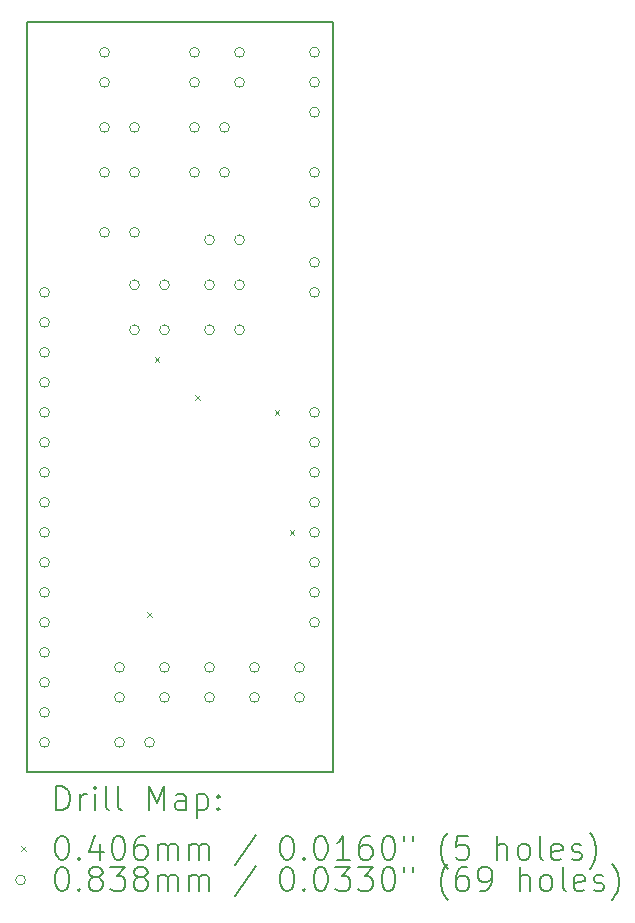
<source format=gbr>
%TF.GenerationSoftware,KiCad,Pcbnew,8.0.7*%
%TF.CreationDate,2025-04-29T18:28:44-03:00*%
%TF.ProjectId,ads_headstage_breadboard_v2,6164735f-6865-4616-9473-746167655f62,rev?*%
%TF.SameCoordinates,Original*%
%TF.FileFunction,Drillmap*%
%TF.FilePolarity,Positive*%
%FSLAX45Y45*%
G04 Gerber Fmt 4.5, Leading zero omitted, Abs format (unit mm)*
G04 Created by KiCad (PCBNEW 8.0.7) date 2025-04-29 18:28:44*
%MOMM*%
%LPD*%
G01*
G04 APERTURE LIST*
%ADD10C,0.150000*%
%ADD11C,0.200000*%
%ADD12C,0.100000*%
G04 APERTURE END LIST*
D10*
X10515600Y-7112000D02*
X13106400Y-7112000D01*
X13106400Y-13462000D01*
X10515600Y-13462000D01*
X10515600Y-7112000D01*
D11*
D12*
X11536680Y-12108180D02*
X11577320Y-12148820D01*
X11577320Y-12108180D02*
X11536680Y-12148820D01*
X11600180Y-9949180D02*
X11640820Y-9989820D01*
X11640820Y-9949180D02*
X11600180Y-9989820D01*
X11943080Y-10266680D02*
X11983720Y-10307320D01*
X11983720Y-10266680D02*
X11943080Y-10307320D01*
X12616180Y-10393680D02*
X12656820Y-10434320D01*
X12656820Y-10393680D02*
X12616180Y-10434320D01*
X12743180Y-11409680D02*
X12783820Y-11450320D01*
X12783820Y-11409680D02*
X12743180Y-11450320D01*
X10709910Y-9398000D02*
G75*
G02*
X10626090Y-9398000I-41910J0D01*
G01*
X10626090Y-9398000D02*
G75*
G02*
X10709910Y-9398000I41910J0D01*
G01*
X10709910Y-9652000D02*
G75*
G02*
X10626090Y-9652000I-41910J0D01*
G01*
X10626090Y-9652000D02*
G75*
G02*
X10709910Y-9652000I41910J0D01*
G01*
X10709910Y-9906000D02*
G75*
G02*
X10626090Y-9906000I-41910J0D01*
G01*
X10626090Y-9906000D02*
G75*
G02*
X10709910Y-9906000I41910J0D01*
G01*
X10709910Y-10160000D02*
G75*
G02*
X10626090Y-10160000I-41910J0D01*
G01*
X10626090Y-10160000D02*
G75*
G02*
X10709910Y-10160000I41910J0D01*
G01*
X10709910Y-10414000D02*
G75*
G02*
X10626090Y-10414000I-41910J0D01*
G01*
X10626090Y-10414000D02*
G75*
G02*
X10709910Y-10414000I41910J0D01*
G01*
X10709910Y-10668000D02*
G75*
G02*
X10626090Y-10668000I-41910J0D01*
G01*
X10626090Y-10668000D02*
G75*
G02*
X10709910Y-10668000I41910J0D01*
G01*
X10709910Y-10922000D02*
G75*
G02*
X10626090Y-10922000I-41910J0D01*
G01*
X10626090Y-10922000D02*
G75*
G02*
X10709910Y-10922000I41910J0D01*
G01*
X10709910Y-11176000D02*
G75*
G02*
X10626090Y-11176000I-41910J0D01*
G01*
X10626090Y-11176000D02*
G75*
G02*
X10709910Y-11176000I41910J0D01*
G01*
X10709910Y-11430000D02*
G75*
G02*
X10626090Y-11430000I-41910J0D01*
G01*
X10626090Y-11430000D02*
G75*
G02*
X10709910Y-11430000I41910J0D01*
G01*
X10709910Y-11684000D02*
G75*
G02*
X10626090Y-11684000I-41910J0D01*
G01*
X10626090Y-11684000D02*
G75*
G02*
X10709910Y-11684000I41910J0D01*
G01*
X10709910Y-11938000D02*
G75*
G02*
X10626090Y-11938000I-41910J0D01*
G01*
X10626090Y-11938000D02*
G75*
G02*
X10709910Y-11938000I41910J0D01*
G01*
X10709910Y-12192000D02*
G75*
G02*
X10626090Y-12192000I-41910J0D01*
G01*
X10626090Y-12192000D02*
G75*
G02*
X10709910Y-12192000I41910J0D01*
G01*
X10709910Y-12446000D02*
G75*
G02*
X10626090Y-12446000I-41910J0D01*
G01*
X10626090Y-12446000D02*
G75*
G02*
X10709910Y-12446000I41910J0D01*
G01*
X10709910Y-12700000D02*
G75*
G02*
X10626090Y-12700000I-41910J0D01*
G01*
X10626090Y-12700000D02*
G75*
G02*
X10709910Y-12700000I41910J0D01*
G01*
X10709910Y-12954000D02*
G75*
G02*
X10626090Y-12954000I-41910J0D01*
G01*
X10626090Y-12954000D02*
G75*
G02*
X10709910Y-12954000I41910J0D01*
G01*
X10709910Y-13208000D02*
G75*
G02*
X10626090Y-13208000I-41910J0D01*
G01*
X10626090Y-13208000D02*
G75*
G02*
X10709910Y-13208000I41910J0D01*
G01*
X11217910Y-7366000D02*
G75*
G02*
X11134090Y-7366000I-41910J0D01*
G01*
X11134090Y-7366000D02*
G75*
G02*
X11217910Y-7366000I41910J0D01*
G01*
X11217910Y-7620000D02*
G75*
G02*
X11134090Y-7620000I-41910J0D01*
G01*
X11134090Y-7620000D02*
G75*
G02*
X11217910Y-7620000I41910J0D01*
G01*
X11217910Y-8001000D02*
G75*
G02*
X11134090Y-8001000I-41910J0D01*
G01*
X11134090Y-8001000D02*
G75*
G02*
X11217910Y-8001000I41910J0D01*
G01*
X11217910Y-8382000D02*
G75*
G02*
X11134090Y-8382000I-41910J0D01*
G01*
X11134090Y-8382000D02*
G75*
G02*
X11217910Y-8382000I41910J0D01*
G01*
X11217910Y-8890000D02*
G75*
G02*
X11134090Y-8890000I-41910J0D01*
G01*
X11134090Y-8890000D02*
G75*
G02*
X11217910Y-8890000I41910J0D01*
G01*
X11344910Y-12572500D02*
G75*
G02*
X11261090Y-12572500I-41910J0D01*
G01*
X11261090Y-12572500D02*
G75*
G02*
X11344910Y-12572500I41910J0D01*
G01*
X11344910Y-12826500D02*
G75*
G02*
X11261090Y-12826500I-41910J0D01*
G01*
X11261090Y-12826500D02*
G75*
G02*
X11344910Y-12826500I41910J0D01*
G01*
X11344910Y-13208000D02*
G75*
G02*
X11261090Y-13208000I-41910J0D01*
G01*
X11261090Y-13208000D02*
G75*
G02*
X11344910Y-13208000I41910J0D01*
G01*
X11471910Y-8001000D02*
G75*
G02*
X11388090Y-8001000I-41910J0D01*
G01*
X11388090Y-8001000D02*
G75*
G02*
X11471910Y-8001000I41910J0D01*
G01*
X11471910Y-8382000D02*
G75*
G02*
X11388090Y-8382000I-41910J0D01*
G01*
X11388090Y-8382000D02*
G75*
G02*
X11471910Y-8382000I41910J0D01*
G01*
X11471910Y-8890000D02*
G75*
G02*
X11388090Y-8890000I-41910J0D01*
G01*
X11388090Y-8890000D02*
G75*
G02*
X11471910Y-8890000I41910J0D01*
G01*
X11471910Y-9334500D02*
G75*
G02*
X11388090Y-9334500I-41910J0D01*
G01*
X11388090Y-9334500D02*
G75*
G02*
X11471910Y-9334500I41910J0D01*
G01*
X11471910Y-9715500D02*
G75*
G02*
X11388090Y-9715500I-41910J0D01*
G01*
X11388090Y-9715500D02*
G75*
G02*
X11471910Y-9715500I41910J0D01*
G01*
X11598910Y-13208000D02*
G75*
G02*
X11515090Y-13208000I-41910J0D01*
G01*
X11515090Y-13208000D02*
G75*
G02*
X11598910Y-13208000I41910J0D01*
G01*
X11725910Y-9334500D02*
G75*
G02*
X11642090Y-9334500I-41910J0D01*
G01*
X11642090Y-9334500D02*
G75*
G02*
X11725910Y-9334500I41910J0D01*
G01*
X11725910Y-9715500D02*
G75*
G02*
X11642090Y-9715500I-41910J0D01*
G01*
X11642090Y-9715500D02*
G75*
G02*
X11725910Y-9715500I41910J0D01*
G01*
X11725910Y-12572500D02*
G75*
G02*
X11642090Y-12572500I-41910J0D01*
G01*
X11642090Y-12572500D02*
G75*
G02*
X11725910Y-12572500I41910J0D01*
G01*
X11725910Y-12826500D02*
G75*
G02*
X11642090Y-12826500I-41910J0D01*
G01*
X11642090Y-12826500D02*
G75*
G02*
X11725910Y-12826500I41910J0D01*
G01*
X11979910Y-7366000D02*
G75*
G02*
X11896090Y-7366000I-41910J0D01*
G01*
X11896090Y-7366000D02*
G75*
G02*
X11979910Y-7366000I41910J0D01*
G01*
X11979910Y-7620000D02*
G75*
G02*
X11896090Y-7620000I-41910J0D01*
G01*
X11896090Y-7620000D02*
G75*
G02*
X11979910Y-7620000I41910J0D01*
G01*
X11979910Y-8001000D02*
G75*
G02*
X11896090Y-8001000I-41910J0D01*
G01*
X11896090Y-8001000D02*
G75*
G02*
X11979910Y-8001000I41910J0D01*
G01*
X11979910Y-8382000D02*
G75*
G02*
X11896090Y-8382000I-41910J0D01*
G01*
X11896090Y-8382000D02*
G75*
G02*
X11979910Y-8382000I41910J0D01*
G01*
X12106910Y-8953500D02*
G75*
G02*
X12023090Y-8953500I-41910J0D01*
G01*
X12023090Y-8953500D02*
G75*
G02*
X12106910Y-8953500I41910J0D01*
G01*
X12106910Y-9334500D02*
G75*
G02*
X12023090Y-9334500I-41910J0D01*
G01*
X12023090Y-9334500D02*
G75*
G02*
X12106910Y-9334500I41910J0D01*
G01*
X12106910Y-9715500D02*
G75*
G02*
X12023090Y-9715500I-41910J0D01*
G01*
X12023090Y-9715500D02*
G75*
G02*
X12106910Y-9715500I41910J0D01*
G01*
X12106910Y-12572500D02*
G75*
G02*
X12023090Y-12572500I-41910J0D01*
G01*
X12023090Y-12572500D02*
G75*
G02*
X12106910Y-12572500I41910J0D01*
G01*
X12106910Y-12826500D02*
G75*
G02*
X12023090Y-12826500I-41910J0D01*
G01*
X12023090Y-12826500D02*
G75*
G02*
X12106910Y-12826500I41910J0D01*
G01*
X12233910Y-8001000D02*
G75*
G02*
X12150090Y-8001000I-41910J0D01*
G01*
X12150090Y-8001000D02*
G75*
G02*
X12233910Y-8001000I41910J0D01*
G01*
X12233910Y-8382000D02*
G75*
G02*
X12150090Y-8382000I-41910J0D01*
G01*
X12150090Y-8382000D02*
G75*
G02*
X12233910Y-8382000I41910J0D01*
G01*
X12360910Y-7366000D02*
G75*
G02*
X12277090Y-7366000I-41910J0D01*
G01*
X12277090Y-7366000D02*
G75*
G02*
X12360910Y-7366000I41910J0D01*
G01*
X12360910Y-7620000D02*
G75*
G02*
X12277090Y-7620000I-41910J0D01*
G01*
X12277090Y-7620000D02*
G75*
G02*
X12360910Y-7620000I41910J0D01*
G01*
X12360910Y-8953500D02*
G75*
G02*
X12277090Y-8953500I-41910J0D01*
G01*
X12277090Y-8953500D02*
G75*
G02*
X12360910Y-8953500I41910J0D01*
G01*
X12360910Y-9334500D02*
G75*
G02*
X12277090Y-9334500I-41910J0D01*
G01*
X12277090Y-9334500D02*
G75*
G02*
X12360910Y-9334500I41910J0D01*
G01*
X12360910Y-9715500D02*
G75*
G02*
X12277090Y-9715500I-41910J0D01*
G01*
X12277090Y-9715500D02*
G75*
G02*
X12360910Y-9715500I41910J0D01*
G01*
X12487910Y-12572500D02*
G75*
G02*
X12404090Y-12572500I-41910J0D01*
G01*
X12404090Y-12572500D02*
G75*
G02*
X12487910Y-12572500I41910J0D01*
G01*
X12487910Y-12826500D02*
G75*
G02*
X12404090Y-12826500I-41910J0D01*
G01*
X12404090Y-12826500D02*
G75*
G02*
X12487910Y-12826500I41910J0D01*
G01*
X12868910Y-12572500D02*
G75*
G02*
X12785090Y-12572500I-41910J0D01*
G01*
X12785090Y-12572500D02*
G75*
G02*
X12868910Y-12572500I41910J0D01*
G01*
X12868910Y-12826500D02*
G75*
G02*
X12785090Y-12826500I-41910J0D01*
G01*
X12785090Y-12826500D02*
G75*
G02*
X12868910Y-12826500I41910J0D01*
G01*
X12995910Y-7364500D02*
G75*
G02*
X12912090Y-7364500I-41910J0D01*
G01*
X12912090Y-7364500D02*
G75*
G02*
X12995910Y-7364500I41910J0D01*
G01*
X12995910Y-7618500D02*
G75*
G02*
X12912090Y-7618500I-41910J0D01*
G01*
X12912090Y-7618500D02*
G75*
G02*
X12995910Y-7618500I41910J0D01*
G01*
X12995910Y-7872500D02*
G75*
G02*
X12912090Y-7872500I-41910J0D01*
G01*
X12912090Y-7872500D02*
G75*
G02*
X12995910Y-7872500I41910J0D01*
G01*
X12995910Y-8382000D02*
G75*
G02*
X12912090Y-8382000I-41910J0D01*
G01*
X12912090Y-8382000D02*
G75*
G02*
X12995910Y-8382000I41910J0D01*
G01*
X12995910Y-8636000D02*
G75*
G02*
X12912090Y-8636000I-41910J0D01*
G01*
X12912090Y-8636000D02*
G75*
G02*
X12995910Y-8636000I41910J0D01*
G01*
X12995910Y-9144000D02*
G75*
G02*
X12912090Y-9144000I-41910J0D01*
G01*
X12912090Y-9144000D02*
G75*
G02*
X12995910Y-9144000I41910J0D01*
G01*
X12995910Y-9398000D02*
G75*
G02*
X12912090Y-9398000I-41910J0D01*
G01*
X12912090Y-9398000D02*
G75*
G02*
X12995910Y-9398000I41910J0D01*
G01*
X12995910Y-10414000D02*
G75*
G02*
X12912090Y-10414000I-41910J0D01*
G01*
X12912090Y-10414000D02*
G75*
G02*
X12995910Y-10414000I41910J0D01*
G01*
X12995910Y-10668000D02*
G75*
G02*
X12912090Y-10668000I-41910J0D01*
G01*
X12912090Y-10668000D02*
G75*
G02*
X12995910Y-10668000I41910J0D01*
G01*
X12995910Y-10922000D02*
G75*
G02*
X12912090Y-10922000I-41910J0D01*
G01*
X12912090Y-10922000D02*
G75*
G02*
X12995910Y-10922000I41910J0D01*
G01*
X12995910Y-11176000D02*
G75*
G02*
X12912090Y-11176000I-41910J0D01*
G01*
X12912090Y-11176000D02*
G75*
G02*
X12995910Y-11176000I41910J0D01*
G01*
X12995910Y-11430000D02*
G75*
G02*
X12912090Y-11430000I-41910J0D01*
G01*
X12912090Y-11430000D02*
G75*
G02*
X12995910Y-11430000I41910J0D01*
G01*
X12995910Y-11684000D02*
G75*
G02*
X12912090Y-11684000I-41910J0D01*
G01*
X12912090Y-11684000D02*
G75*
G02*
X12995910Y-11684000I41910J0D01*
G01*
X12995910Y-11938000D02*
G75*
G02*
X12912090Y-11938000I-41910J0D01*
G01*
X12912090Y-11938000D02*
G75*
G02*
X12995910Y-11938000I41910J0D01*
G01*
X12995910Y-12192000D02*
G75*
G02*
X12912090Y-12192000I-41910J0D01*
G01*
X12912090Y-12192000D02*
G75*
G02*
X12995910Y-12192000I41910J0D01*
G01*
D11*
X10768877Y-13780984D02*
X10768877Y-13580984D01*
X10768877Y-13580984D02*
X10816496Y-13580984D01*
X10816496Y-13580984D02*
X10845067Y-13590508D01*
X10845067Y-13590508D02*
X10864115Y-13609555D01*
X10864115Y-13609555D02*
X10873639Y-13628603D01*
X10873639Y-13628603D02*
X10883163Y-13666698D01*
X10883163Y-13666698D02*
X10883163Y-13695269D01*
X10883163Y-13695269D02*
X10873639Y-13733365D01*
X10873639Y-13733365D02*
X10864115Y-13752412D01*
X10864115Y-13752412D02*
X10845067Y-13771460D01*
X10845067Y-13771460D02*
X10816496Y-13780984D01*
X10816496Y-13780984D02*
X10768877Y-13780984D01*
X10968877Y-13780984D02*
X10968877Y-13647650D01*
X10968877Y-13685746D02*
X10978401Y-13666698D01*
X10978401Y-13666698D02*
X10987924Y-13657174D01*
X10987924Y-13657174D02*
X11006972Y-13647650D01*
X11006972Y-13647650D02*
X11026020Y-13647650D01*
X11092686Y-13780984D02*
X11092686Y-13647650D01*
X11092686Y-13580984D02*
X11083163Y-13590508D01*
X11083163Y-13590508D02*
X11092686Y-13600031D01*
X11092686Y-13600031D02*
X11102210Y-13590508D01*
X11102210Y-13590508D02*
X11092686Y-13580984D01*
X11092686Y-13580984D02*
X11092686Y-13600031D01*
X11216496Y-13780984D02*
X11197448Y-13771460D01*
X11197448Y-13771460D02*
X11187924Y-13752412D01*
X11187924Y-13752412D02*
X11187924Y-13580984D01*
X11321258Y-13780984D02*
X11302210Y-13771460D01*
X11302210Y-13771460D02*
X11292686Y-13752412D01*
X11292686Y-13752412D02*
X11292686Y-13580984D01*
X11549829Y-13780984D02*
X11549829Y-13580984D01*
X11549829Y-13580984D02*
X11616496Y-13723841D01*
X11616496Y-13723841D02*
X11683162Y-13580984D01*
X11683162Y-13580984D02*
X11683162Y-13780984D01*
X11864115Y-13780984D02*
X11864115Y-13676222D01*
X11864115Y-13676222D02*
X11854591Y-13657174D01*
X11854591Y-13657174D02*
X11835543Y-13647650D01*
X11835543Y-13647650D02*
X11797448Y-13647650D01*
X11797448Y-13647650D02*
X11778401Y-13657174D01*
X11864115Y-13771460D02*
X11845067Y-13780984D01*
X11845067Y-13780984D02*
X11797448Y-13780984D01*
X11797448Y-13780984D02*
X11778401Y-13771460D01*
X11778401Y-13771460D02*
X11768877Y-13752412D01*
X11768877Y-13752412D02*
X11768877Y-13733365D01*
X11768877Y-13733365D02*
X11778401Y-13714317D01*
X11778401Y-13714317D02*
X11797448Y-13704793D01*
X11797448Y-13704793D02*
X11845067Y-13704793D01*
X11845067Y-13704793D02*
X11864115Y-13695269D01*
X11959353Y-13647650D02*
X11959353Y-13847650D01*
X11959353Y-13657174D02*
X11978401Y-13647650D01*
X11978401Y-13647650D02*
X12016496Y-13647650D01*
X12016496Y-13647650D02*
X12035543Y-13657174D01*
X12035543Y-13657174D02*
X12045067Y-13666698D01*
X12045067Y-13666698D02*
X12054591Y-13685746D01*
X12054591Y-13685746D02*
X12054591Y-13742888D01*
X12054591Y-13742888D02*
X12045067Y-13761936D01*
X12045067Y-13761936D02*
X12035543Y-13771460D01*
X12035543Y-13771460D02*
X12016496Y-13780984D01*
X12016496Y-13780984D02*
X11978401Y-13780984D01*
X11978401Y-13780984D02*
X11959353Y-13771460D01*
X12140305Y-13761936D02*
X12149829Y-13771460D01*
X12149829Y-13771460D02*
X12140305Y-13780984D01*
X12140305Y-13780984D02*
X12130782Y-13771460D01*
X12130782Y-13771460D02*
X12140305Y-13761936D01*
X12140305Y-13761936D02*
X12140305Y-13780984D01*
X12140305Y-13657174D02*
X12149829Y-13666698D01*
X12149829Y-13666698D02*
X12140305Y-13676222D01*
X12140305Y-13676222D02*
X12130782Y-13666698D01*
X12130782Y-13666698D02*
X12140305Y-13657174D01*
X12140305Y-13657174D02*
X12140305Y-13676222D01*
D12*
X10467460Y-14089180D02*
X10508100Y-14129820D01*
X10508100Y-14089180D02*
X10467460Y-14129820D01*
D11*
X10806972Y-14000984D02*
X10826020Y-14000984D01*
X10826020Y-14000984D02*
X10845067Y-14010508D01*
X10845067Y-14010508D02*
X10854591Y-14020031D01*
X10854591Y-14020031D02*
X10864115Y-14039079D01*
X10864115Y-14039079D02*
X10873639Y-14077174D01*
X10873639Y-14077174D02*
X10873639Y-14124793D01*
X10873639Y-14124793D02*
X10864115Y-14162888D01*
X10864115Y-14162888D02*
X10854591Y-14181936D01*
X10854591Y-14181936D02*
X10845067Y-14191460D01*
X10845067Y-14191460D02*
X10826020Y-14200984D01*
X10826020Y-14200984D02*
X10806972Y-14200984D01*
X10806972Y-14200984D02*
X10787924Y-14191460D01*
X10787924Y-14191460D02*
X10778401Y-14181936D01*
X10778401Y-14181936D02*
X10768877Y-14162888D01*
X10768877Y-14162888D02*
X10759353Y-14124793D01*
X10759353Y-14124793D02*
X10759353Y-14077174D01*
X10759353Y-14077174D02*
X10768877Y-14039079D01*
X10768877Y-14039079D02*
X10778401Y-14020031D01*
X10778401Y-14020031D02*
X10787924Y-14010508D01*
X10787924Y-14010508D02*
X10806972Y-14000984D01*
X10959353Y-14181936D02*
X10968877Y-14191460D01*
X10968877Y-14191460D02*
X10959353Y-14200984D01*
X10959353Y-14200984D02*
X10949829Y-14191460D01*
X10949829Y-14191460D02*
X10959353Y-14181936D01*
X10959353Y-14181936D02*
X10959353Y-14200984D01*
X11140305Y-14067650D02*
X11140305Y-14200984D01*
X11092686Y-13991460D02*
X11045067Y-14134317D01*
X11045067Y-14134317D02*
X11168877Y-14134317D01*
X11283162Y-14000984D02*
X11302210Y-14000984D01*
X11302210Y-14000984D02*
X11321258Y-14010508D01*
X11321258Y-14010508D02*
X11330782Y-14020031D01*
X11330782Y-14020031D02*
X11340305Y-14039079D01*
X11340305Y-14039079D02*
X11349829Y-14077174D01*
X11349829Y-14077174D02*
X11349829Y-14124793D01*
X11349829Y-14124793D02*
X11340305Y-14162888D01*
X11340305Y-14162888D02*
X11330782Y-14181936D01*
X11330782Y-14181936D02*
X11321258Y-14191460D01*
X11321258Y-14191460D02*
X11302210Y-14200984D01*
X11302210Y-14200984D02*
X11283162Y-14200984D01*
X11283162Y-14200984D02*
X11264115Y-14191460D01*
X11264115Y-14191460D02*
X11254591Y-14181936D01*
X11254591Y-14181936D02*
X11245067Y-14162888D01*
X11245067Y-14162888D02*
X11235543Y-14124793D01*
X11235543Y-14124793D02*
X11235543Y-14077174D01*
X11235543Y-14077174D02*
X11245067Y-14039079D01*
X11245067Y-14039079D02*
X11254591Y-14020031D01*
X11254591Y-14020031D02*
X11264115Y-14010508D01*
X11264115Y-14010508D02*
X11283162Y-14000984D01*
X11521258Y-14000984D02*
X11483162Y-14000984D01*
X11483162Y-14000984D02*
X11464115Y-14010508D01*
X11464115Y-14010508D02*
X11454591Y-14020031D01*
X11454591Y-14020031D02*
X11435543Y-14048603D01*
X11435543Y-14048603D02*
X11426020Y-14086698D01*
X11426020Y-14086698D02*
X11426020Y-14162888D01*
X11426020Y-14162888D02*
X11435543Y-14181936D01*
X11435543Y-14181936D02*
X11445067Y-14191460D01*
X11445067Y-14191460D02*
X11464115Y-14200984D01*
X11464115Y-14200984D02*
X11502210Y-14200984D01*
X11502210Y-14200984D02*
X11521258Y-14191460D01*
X11521258Y-14191460D02*
X11530782Y-14181936D01*
X11530782Y-14181936D02*
X11540305Y-14162888D01*
X11540305Y-14162888D02*
X11540305Y-14115269D01*
X11540305Y-14115269D02*
X11530782Y-14096222D01*
X11530782Y-14096222D02*
X11521258Y-14086698D01*
X11521258Y-14086698D02*
X11502210Y-14077174D01*
X11502210Y-14077174D02*
X11464115Y-14077174D01*
X11464115Y-14077174D02*
X11445067Y-14086698D01*
X11445067Y-14086698D02*
X11435543Y-14096222D01*
X11435543Y-14096222D02*
X11426020Y-14115269D01*
X11626020Y-14200984D02*
X11626020Y-14067650D01*
X11626020Y-14086698D02*
X11635543Y-14077174D01*
X11635543Y-14077174D02*
X11654591Y-14067650D01*
X11654591Y-14067650D02*
X11683163Y-14067650D01*
X11683163Y-14067650D02*
X11702210Y-14077174D01*
X11702210Y-14077174D02*
X11711734Y-14096222D01*
X11711734Y-14096222D02*
X11711734Y-14200984D01*
X11711734Y-14096222D02*
X11721258Y-14077174D01*
X11721258Y-14077174D02*
X11740305Y-14067650D01*
X11740305Y-14067650D02*
X11768877Y-14067650D01*
X11768877Y-14067650D02*
X11787924Y-14077174D01*
X11787924Y-14077174D02*
X11797448Y-14096222D01*
X11797448Y-14096222D02*
X11797448Y-14200984D01*
X11892686Y-14200984D02*
X11892686Y-14067650D01*
X11892686Y-14086698D02*
X11902210Y-14077174D01*
X11902210Y-14077174D02*
X11921258Y-14067650D01*
X11921258Y-14067650D02*
X11949829Y-14067650D01*
X11949829Y-14067650D02*
X11968877Y-14077174D01*
X11968877Y-14077174D02*
X11978401Y-14096222D01*
X11978401Y-14096222D02*
X11978401Y-14200984D01*
X11978401Y-14096222D02*
X11987924Y-14077174D01*
X11987924Y-14077174D02*
X12006972Y-14067650D01*
X12006972Y-14067650D02*
X12035543Y-14067650D01*
X12035543Y-14067650D02*
X12054591Y-14077174D01*
X12054591Y-14077174D02*
X12064115Y-14096222D01*
X12064115Y-14096222D02*
X12064115Y-14200984D01*
X12454591Y-13991460D02*
X12283163Y-14248603D01*
X12711734Y-14000984D02*
X12730782Y-14000984D01*
X12730782Y-14000984D02*
X12749829Y-14010508D01*
X12749829Y-14010508D02*
X12759353Y-14020031D01*
X12759353Y-14020031D02*
X12768877Y-14039079D01*
X12768877Y-14039079D02*
X12778401Y-14077174D01*
X12778401Y-14077174D02*
X12778401Y-14124793D01*
X12778401Y-14124793D02*
X12768877Y-14162888D01*
X12768877Y-14162888D02*
X12759353Y-14181936D01*
X12759353Y-14181936D02*
X12749829Y-14191460D01*
X12749829Y-14191460D02*
X12730782Y-14200984D01*
X12730782Y-14200984D02*
X12711734Y-14200984D01*
X12711734Y-14200984D02*
X12692686Y-14191460D01*
X12692686Y-14191460D02*
X12683163Y-14181936D01*
X12683163Y-14181936D02*
X12673639Y-14162888D01*
X12673639Y-14162888D02*
X12664115Y-14124793D01*
X12664115Y-14124793D02*
X12664115Y-14077174D01*
X12664115Y-14077174D02*
X12673639Y-14039079D01*
X12673639Y-14039079D02*
X12683163Y-14020031D01*
X12683163Y-14020031D02*
X12692686Y-14010508D01*
X12692686Y-14010508D02*
X12711734Y-14000984D01*
X12864115Y-14181936D02*
X12873639Y-14191460D01*
X12873639Y-14191460D02*
X12864115Y-14200984D01*
X12864115Y-14200984D02*
X12854591Y-14191460D01*
X12854591Y-14191460D02*
X12864115Y-14181936D01*
X12864115Y-14181936D02*
X12864115Y-14200984D01*
X12997448Y-14000984D02*
X13016496Y-14000984D01*
X13016496Y-14000984D02*
X13035544Y-14010508D01*
X13035544Y-14010508D02*
X13045067Y-14020031D01*
X13045067Y-14020031D02*
X13054591Y-14039079D01*
X13054591Y-14039079D02*
X13064115Y-14077174D01*
X13064115Y-14077174D02*
X13064115Y-14124793D01*
X13064115Y-14124793D02*
X13054591Y-14162888D01*
X13054591Y-14162888D02*
X13045067Y-14181936D01*
X13045067Y-14181936D02*
X13035544Y-14191460D01*
X13035544Y-14191460D02*
X13016496Y-14200984D01*
X13016496Y-14200984D02*
X12997448Y-14200984D01*
X12997448Y-14200984D02*
X12978401Y-14191460D01*
X12978401Y-14191460D02*
X12968877Y-14181936D01*
X12968877Y-14181936D02*
X12959353Y-14162888D01*
X12959353Y-14162888D02*
X12949829Y-14124793D01*
X12949829Y-14124793D02*
X12949829Y-14077174D01*
X12949829Y-14077174D02*
X12959353Y-14039079D01*
X12959353Y-14039079D02*
X12968877Y-14020031D01*
X12968877Y-14020031D02*
X12978401Y-14010508D01*
X12978401Y-14010508D02*
X12997448Y-14000984D01*
X13254591Y-14200984D02*
X13140306Y-14200984D01*
X13197448Y-14200984D02*
X13197448Y-14000984D01*
X13197448Y-14000984D02*
X13178401Y-14029555D01*
X13178401Y-14029555D02*
X13159353Y-14048603D01*
X13159353Y-14048603D02*
X13140306Y-14058127D01*
X13426020Y-14000984D02*
X13387925Y-14000984D01*
X13387925Y-14000984D02*
X13368877Y-14010508D01*
X13368877Y-14010508D02*
X13359353Y-14020031D01*
X13359353Y-14020031D02*
X13340306Y-14048603D01*
X13340306Y-14048603D02*
X13330782Y-14086698D01*
X13330782Y-14086698D02*
X13330782Y-14162888D01*
X13330782Y-14162888D02*
X13340306Y-14181936D01*
X13340306Y-14181936D02*
X13349829Y-14191460D01*
X13349829Y-14191460D02*
X13368877Y-14200984D01*
X13368877Y-14200984D02*
X13406972Y-14200984D01*
X13406972Y-14200984D02*
X13426020Y-14191460D01*
X13426020Y-14191460D02*
X13435544Y-14181936D01*
X13435544Y-14181936D02*
X13445067Y-14162888D01*
X13445067Y-14162888D02*
X13445067Y-14115269D01*
X13445067Y-14115269D02*
X13435544Y-14096222D01*
X13435544Y-14096222D02*
X13426020Y-14086698D01*
X13426020Y-14086698D02*
X13406972Y-14077174D01*
X13406972Y-14077174D02*
X13368877Y-14077174D01*
X13368877Y-14077174D02*
X13349829Y-14086698D01*
X13349829Y-14086698D02*
X13340306Y-14096222D01*
X13340306Y-14096222D02*
X13330782Y-14115269D01*
X13568877Y-14000984D02*
X13587925Y-14000984D01*
X13587925Y-14000984D02*
X13606972Y-14010508D01*
X13606972Y-14010508D02*
X13616496Y-14020031D01*
X13616496Y-14020031D02*
X13626020Y-14039079D01*
X13626020Y-14039079D02*
X13635544Y-14077174D01*
X13635544Y-14077174D02*
X13635544Y-14124793D01*
X13635544Y-14124793D02*
X13626020Y-14162888D01*
X13626020Y-14162888D02*
X13616496Y-14181936D01*
X13616496Y-14181936D02*
X13606972Y-14191460D01*
X13606972Y-14191460D02*
X13587925Y-14200984D01*
X13587925Y-14200984D02*
X13568877Y-14200984D01*
X13568877Y-14200984D02*
X13549829Y-14191460D01*
X13549829Y-14191460D02*
X13540306Y-14181936D01*
X13540306Y-14181936D02*
X13530782Y-14162888D01*
X13530782Y-14162888D02*
X13521258Y-14124793D01*
X13521258Y-14124793D02*
X13521258Y-14077174D01*
X13521258Y-14077174D02*
X13530782Y-14039079D01*
X13530782Y-14039079D02*
X13540306Y-14020031D01*
X13540306Y-14020031D02*
X13549829Y-14010508D01*
X13549829Y-14010508D02*
X13568877Y-14000984D01*
X13711734Y-14000984D02*
X13711734Y-14039079D01*
X13787925Y-14000984D02*
X13787925Y-14039079D01*
X14083163Y-14277174D02*
X14073639Y-14267650D01*
X14073639Y-14267650D02*
X14054591Y-14239079D01*
X14054591Y-14239079D02*
X14045068Y-14220031D01*
X14045068Y-14220031D02*
X14035544Y-14191460D01*
X14035544Y-14191460D02*
X14026020Y-14143841D01*
X14026020Y-14143841D02*
X14026020Y-14105746D01*
X14026020Y-14105746D02*
X14035544Y-14058127D01*
X14035544Y-14058127D02*
X14045068Y-14029555D01*
X14045068Y-14029555D02*
X14054591Y-14010508D01*
X14054591Y-14010508D02*
X14073639Y-13981936D01*
X14073639Y-13981936D02*
X14083163Y-13972412D01*
X14254591Y-14000984D02*
X14159353Y-14000984D01*
X14159353Y-14000984D02*
X14149829Y-14096222D01*
X14149829Y-14096222D02*
X14159353Y-14086698D01*
X14159353Y-14086698D02*
X14178401Y-14077174D01*
X14178401Y-14077174D02*
X14226020Y-14077174D01*
X14226020Y-14077174D02*
X14245068Y-14086698D01*
X14245068Y-14086698D02*
X14254591Y-14096222D01*
X14254591Y-14096222D02*
X14264115Y-14115269D01*
X14264115Y-14115269D02*
X14264115Y-14162888D01*
X14264115Y-14162888D02*
X14254591Y-14181936D01*
X14254591Y-14181936D02*
X14245068Y-14191460D01*
X14245068Y-14191460D02*
X14226020Y-14200984D01*
X14226020Y-14200984D02*
X14178401Y-14200984D01*
X14178401Y-14200984D02*
X14159353Y-14191460D01*
X14159353Y-14191460D02*
X14149829Y-14181936D01*
X14502210Y-14200984D02*
X14502210Y-14000984D01*
X14587925Y-14200984D02*
X14587925Y-14096222D01*
X14587925Y-14096222D02*
X14578401Y-14077174D01*
X14578401Y-14077174D02*
X14559353Y-14067650D01*
X14559353Y-14067650D02*
X14530782Y-14067650D01*
X14530782Y-14067650D02*
X14511734Y-14077174D01*
X14511734Y-14077174D02*
X14502210Y-14086698D01*
X14711734Y-14200984D02*
X14692687Y-14191460D01*
X14692687Y-14191460D02*
X14683163Y-14181936D01*
X14683163Y-14181936D02*
X14673639Y-14162888D01*
X14673639Y-14162888D02*
X14673639Y-14105746D01*
X14673639Y-14105746D02*
X14683163Y-14086698D01*
X14683163Y-14086698D02*
X14692687Y-14077174D01*
X14692687Y-14077174D02*
X14711734Y-14067650D01*
X14711734Y-14067650D02*
X14740306Y-14067650D01*
X14740306Y-14067650D02*
X14759353Y-14077174D01*
X14759353Y-14077174D02*
X14768877Y-14086698D01*
X14768877Y-14086698D02*
X14778401Y-14105746D01*
X14778401Y-14105746D02*
X14778401Y-14162888D01*
X14778401Y-14162888D02*
X14768877Y-14181936D01*
X14768877Y-14181936D02*
X14759353Y-14191460D01*
X14759353Y-14191460D02*
X14740306Y-14200984D01*
X14740306Y-14200984D02*
X14711734Y-14200984D01*
X14892687Y-14200984D02*
X14873639Y-14191460D01*
X14873639Y-14191460D02*
X14864115Y-14172412D01*
X14864115Y-14172412D02*
X14864115Y-14000984D01*
X15045068Y-14191460D02*
X15026020Y-14200984D01*
X15026020Y-14200984D02*
X14987925Y-14200984D01*
X14987925Y-14200984D02*
X14968877Y-14191460D01*
X14968877Y-14191460D02*
X14959353Y-14172412D01*
X14959353Y-14172412D02*
X14959353Y-14096222D01*
X14959353Y-14096222D02*
X14968877Y-14077174D01*
X14968877Y-14077174D02*
X14987925Y-14067650D01*
X14987925Y-14067650D02*
X15026020Y-14067650D01*
X15026020Y-14067650D02*
X15045068Y-14077174D01*
X15045068Y-14077174D02*
X15054591Y-14096222D01*
X15054591Y-14096222D02*
X15054591Y-14115269D01*
X15054591Y-14115269D02*
X14959353Y-14134317D01*
X15130782Y-14191460D02*
X15149830Y-14200984D01*
X15149830Y-14200984D02*
X15187925Y-14200984D01*
X15187925Y-14200984D02*
X15206972Y-14191460D01*
X15206972Y-14191460D02*
X15216496Y-14172412D01*
X15216496Y-14172412D02*
X15216496Y-14162888D01*
X15216496Y-14162888D02*
X15206972Y-14143841D01*
X15206972Y-14143841D02*
X15187925Y-14134317D01*
X15187925Y-14134317D02*
X15159353Y-14134317D01*
X15159353Y-14134317D02*
X15140306Y-14124793D01*
X15140306Y-14124793D02*
X15130782Y-14105746D01*
X15130782Y-14105746D02*
X15130782Y-14096222D01*
X15130782Y-14096222D02*
X15140306Y-14077174D01*
X15140306Y-14077174D02*
X15159353Y-14067650D01*
X15159353Y-14067650D02*
X15187925Y-14067650D01*
X15187925Y-14067650D02*
X15206972Y-14077174D01*
X15283163Y-14277174D02*
X15292687Y-14267650D01*
X15292687Y-14267650D02*
X15311734Y-14239079D01*
X15311734Y-14239079D02*
X15321258Y-14220031D01*
X15321258Y-14220031D02*
X15330782Y-14191460D01*
X15330782Y-14191460D02*
X15340306Y-14143841D01*
X15340306Y-14143841D02*
X15340306Y-14105746D01*
X15340306Y-14105746D02*
X15330782Y-14058127D01*
X15330782Y-14058127D02*
X15321258Y-14029555D01*
X15321258Y-14029555D02*
X15311734Y-14010508D01*
X15311734Y-14010508D02*
X15292687Y-13981936D01*
X15292687Y-13981936D02*
X15283163Y-13972412D01*
D12*
X10508100Y-14373500D02*
G75*
G02*
X10424280Y-14373500I-41910J0D01*
G01*
X10424280Y-14373500D02*
G75*
G02*
X10508100Y-14373500I41910J0D01*
G01*
D11*
X10806972Y-14264984D02*
X10826020Y-14264984D01*
X10826020Y-14264984D02*
X10845067Y-14274508D01*
X10845067Y-14274508D02*
X10854591Y-14284031D01*
X10854591Y-14284031D02*
X10864115Y-14303079D01*
X10864115Y-14303079D02*
X10873639Y-14341174D01*
X10873639Y-14341174D02*
X10873639Y-14388793D01*
X10873639Y-14388793D02*
X10864115Y-14426888D01*
X10864115Y-14426888D02*
X10854591Y-14445936D01*
X10854591Y-14445936D02*
X10845067Y-14455460D01*
X10845067Y-14455460D02*
X10826020Y-14464984D01*
X10826020Y-14464984D02*
X10806972Y-14464984D01*
X10806972Y-14464984D02*
X10787924Y-14455460D01*
X10787924Y-14455460D02*
X10778401Y-14445936D01*
X10778401Y-14445936D02*
X10768877Y-14426888D01*
X10768877Y-14426888D02*
X10759353Y-14388793D01*
X10759353Y-14388793D02*
X10759353Y-14341174D01*
X10759353Y-14341174D02*
X10768877Y-14303079D01*
X10768877Y-14303079D02*
X10778401Y-14284031D01*
X10778401Y-14284031D02*
X10787924Y-14274508D01*
X10787924Y-14274508D02*
X10806972Y-14264984D01*
X10959353Y-14445936D02*
X10968877Y-14455460D01*
X10968877Y-14455460D02*
X10959353Y-14464984D01*
X10959353Y-14464984D02*
X10949829Y-14455460D01*
X10949829Y-14455460D02*
X10959353Y-14445936D01*
X10959353Y-14445936D02*
X10959353Y-14464984D01*
X11083163Y-14350698D02*
X11064115Y-14341174D01*
X11064115Y-14341174D02*
X11054591Y-14331650D01*
X11054591Y-14331650D02*
X11045067Y-14312603D01*
X11045067Y-14312603D02*
X11045067Y-14303079D01*
X11045067Y-14303079D02*
X11054591Y-14284031D01*
X11054591Y-14284031D02*
X11064115Y-14274508D01*
X11064115Y-14274508D02*
X11083163Y-14264984D01*
X11083163Y-14264984D02*
X11121258Y-14264984D01*
X11121258Y-14264984D02*
X11140305Y-14274508D01*
X11140305Y-14274508D02*
X11149829Y-14284031D01*
X11149829Y-14284031D02*
X11159353Y-14303079D01*
X11159353Y-14303079D02*
X11159353Y-14312603D01*
X11159353Y-14312603D02*
X11149829Y-14331650D01*
X11149829Y-14331650D02*
X11140305Y-14341174D01*
X11140305Y-14341174D02*
X11121258Y-14350698D01*
X11121258Y-14350698D02*
X11083163Y-14350698D01*
X11083163Y-14350698D02*
X11064115Y-14360222D01*
X11064115Y-14360222D02*
X11054591Y-14369746D01*
X11054591Y-14369746D02*
X11045067Y-14388793D01*
X11045067Y-14388793D02*
X11045067Y-14426888D01*
X11045067Y-14426888D02*
X11054591Y-14445936D01*
X11054591Y-14445936D02*
X11064115Y-14455460D01*
X11064115Y-14455460D02*
X11083163Y-14464984D01*
X11083163Y-14464984D02*
X11121258Y-14464984D01*
X11121258Y-14464984D02*
X11140305Y-14455460D01*
X11140305Y-14455460D02*
X11149829Y-14445936D01*
X11149829Y-14445936D02*
X11159353Y-14426888D01*
X11159353Y-14426888D02*
X11159353Y-14388793D01*
X11159353Y-14388793D02*
X11149829Y-14369746D01*
X11149829Y-14369746D02*
X11140305Y-14360222D01*
X11140305Y-14360222D02*
X11121258Y-14350698D01*
X11226020Y-14264984D02*
X11349829Y-14264984D01*
X11349829Y-14264984D02*
X11283162Y-14341174D01*
X11283162Y-14341174D02*
X11311734Y-14341174D01*
X11311734Y-14341174D02*
X11330782Y-14350698D01*
X11330782Y-14350698D02*
X11340305Y-14360222D01*
X11340305Y-14360222D02*
X11349829Y-14379269D01*
X11349829Y-14379269D02*
X11349829Y-14426888D01*
X11349829Y-14426888D02*
X11340305Y-14445936D01*
X11340305Y-14445936D02*
X11330782Y-14455460D01*
X11330782Y-14455460D02*
X11311734Y-14464984D01*
X11311734Y-14464984D02*
X11254591Y-14464984D01*
X11254591Y-14464984D02*
X11235543Y-14455460D01*
X11235543Y-14455460D02*
X11226020Y-14445936D01*
X11464115Y-14350698D02*
X11445067Y-14341174D01*
X11445067Y-14341174D02*
X11435543Y-14331650D01*
X11435543Y-14331650D02*
X11426020Y-14312603D01*
X11426020Y-14312603D02*
X11426020Y-14303079D01*
X11426020Y-14303079D02*
X11435543Y-14284031D01*
X11435543Y-14284031D02*
X11445067Y-14274508D01*
X11445067Y-14274508D02*
X11464115Y-14264984D01*
X11464115Y-14264984D02*
X11502210Y-14264984D01*
X11502210Y-14264984D02*
X11521258Y-14274508D01*
X11521258Y-14274508D02*
X11530782Y-14284031D01*
X11530782Y-14284031D02*
X11540305Y-14303079D01*
X11540305Y-14303079D02*
X11540305Y-14312603D01*
X11540305Y-14312603D02*
X11530782Y-14331650D01*
X11530782Y-14331650D02*
X11521258Y-14341174D01*
X11521258Y-14341174D02*
X11502210Y-14350698D01*
X11502210Y-14350698D02*
X11464115Y-14350698D01*
X11464115Y-14350698D02*
X11445067Y-14360222D01*
X11445067Y-14360222D02*
X11435543Y-14369746D01*
X11435543Y-14369746D02*
X11426020Y-14388793D01*
X11426020Y-14388793D02*
X11426020Y-14426888D01*
X11426020Y-14426888D02*
X11435543Y-14445936D01*
X11435543Y-14445936D02*
X11445067Y-14455460D01*
X11445067Y-14455460D02*
X11464115Y-14464984D01*
X11464115Y-14464984D02*
X11502210Y-14464984D01*
X11502210Y-14464984D02*
X11521258Y-14455460D01*
X11521258Y-14455460D02*
X11530782Y-14445936D01*
X11530782Y-14445936D02*
X11540305Y-14426888D01*
X11540305Y-14426888D02*
X11540305Y-14388793D01*
X11540305Y-14388793D02*
X11530782Y-14369746D01*
X11530782Y-14369746D02*
X11521258Y-14360222D01*
X11521258Y-14360222D02*
X11502210Y-14350698D01*
X11626020Y-14464984D02*
X11626020Y-14331650D01*
X11626020Y-14350698D02*
X11635543Y-14341174D01*
X11635543Y-14341174D02*
X11654591Y-14331650D01*
X11654591Y-14331650D02*
X11683163Y-14331650D01*
X11683163Y-14331650D02*
X11702210Y-14341174D01*
X11702210Y-14341174D02*
X11711734Y-14360222D01*
X11711734Y-14360222D02*
X11711734Y-14464984D01*
X11711734Y-14360222D02*
X11721258Y-14341174D01*
X11721258Y-14341174D02*
X11740305Y-14331650D01*
X11740305Y-14331650D02*
X11768877Y-14331650D01*
X11768877Y-14331650D02*
X11787924Y-14341174D01*
X11787924Y-14341174D02*
X11797448Y-14360222D01*
X11797448Y-14360222D02*
X11797448Y-14464984D01*
X11892686Y-14464984D02*
X11892686Y-14331650D01*
X11892686Y-14350698D02*
X11902210Y-14341174D01*
X11902210Y-14341174D02*
X11921258Y-14331650D01*
X11921258Y-14331650D02*
X11949829Y-14331650D01*
X11949829Y-14331650D02*
X11968877Y-14341174D01*
X11968877Y-14341174D02*
X11978401Y-14360222D01*
X11978401Y-14360222D02*
X11978401Y-14464984D01*
X11978401Y-14360222D02*
X11987924Y-14341174D01*
X11987924Y-14341174D02*
X12006972Y-14331650D01*
X12006972Y-14331650D02*
X12035543Y-14331650D01*
X12035543Y-14331650D02*
X12054591Y-14341174D01*
X12054591Y-14341174D02*
X12064115Y-14360222D01*
X12064115Y-14360222D02*
X12064115Y-14464984D01*
X12454591Y-14255460D02*
X12283163Y-14512603D01*
X12711734Y-14264984D02*
X12730782Y-14264984D01*
X12730782Y-14264984D02*
X12749829Y-14274508D01*
X12749829Y-14274508D02*
X12759353Y-14284031D01*
X12759353Y-14284031D02*
X12768877Y-14303079D01*
X12768877Y-14303079D02*
X12778401Y-14341174D01*
X12778401Y-14341174D02*
X12778401Y-14388793D01*
X12778401Y-14388793D02*
X12768877Y-14426888D01*
X12768877Y-14426888D02*
X12759353Y-14445936D01*
X12759353Y-14445936D02*
X12749829Y-14455460D01*
X12749829Y-14455460D02*
X12730782Y-14464984D01*
X12730782Y-14464984D02*
X12711734Y-14464984D01*
X12711734Y-14464984D02*
X12692686Y-14455460D01*
X12692686Y-14455460D02*
X12683163Y-14445936D01*
X12683163Y-14445936D02*
X12673639Y-14426888D01*
X12673639Y-14426888D02*
X12664115Y-14388793D01*
X12664115Y-14388793D02*
X12664115Y-14341174D01*
X12664115Y-14341174D02*
X12673639Y-14303079D01*
X12673639Y-14303079D02*
X12683163Y-14284031D01*
X12683163Y-14284031D02*
X12692686Y-14274508D01*
X12692686Y-14274508D02*
X12711734Y-14264984D01*
X12864115Y-14445936D02*
X12873639Y-14455460D01*
X12873639Y-14455460D02*
X12864115Y-14464984D01*
X12864115Y-14464984D02*
X12854591Y-14455460D01*
X12854591Y-14455460D02*
X12864115Y-14445936D01*
X12864115Y-14445936D02*
X12864115Y-14464984D01*
X12997448Y-14264984D02*
X13016496Y-14264984D01*
X13016496Y-14264984D02*
X13035544Y-14274508D01*
X13035544Y-14274508D02*
X13045067Y-14284031D01*
X13045067Y-14284031D02*
X13054591Y-14303079D01*
X13054591Y-14303079D02*
X13064115Y-14341174D01*
X13064115Y-14341174D02*
X13064115Y-14388793D01*
X13064115Y-14388793D02*
X13054591Y-14426888D01*
X13054591Y-14426888D02*
X13045067Y-14445936D01*
X13045067Y-14445936D02*
X13035544Y-14455460D01*
X13035544Y-14455460D02*
X13016496Y-14464984D01*
X13016496Y-14464984D02*
X12997448Y-14464984D01*
X12997448Y-14464984D02*
X12978401Y-14455460D01*
X12978401Y-14455460D02*
X12968877Y-14445936D01*
X12968877Y-14445936D02*
X12959353Y-14426888D01*
X12959353Y-14426888D02*
X12949829Y-14388793D01*
X12949829Y-14388793D02*
X12949829Y-14341174D01*
X12949829Y-14341174D02*
X12959353Y-14303079D01*
X12959353Y-14303079D02*
X12968877Y-14284031D01*
X12968877Y-14284031D02*
X12978401Y-14274508D01*
X12978401Y-14274508D02*
X12997448Y-14264984D01*
X13130782Y-14264984D02*
X13254591Y-14264984D01*
X13254591Y-14264984D02*
X13187925Y-14341174D01*
X13187925Y-14341174D02*
X13216496Y-14341174D01*
X13216496Y-14341174D02*
X13235544Y-14350698D01*
X13235544Y-14350698D02*
X13245067Y-14360222D01*
X13245067Y-14360222D02*
X13254591Y-14379269D01*
X13254591Y-14379269D02*
X13254591Y-14426888D01*
X13254591Y-14426888D02*
X13245067Y-14445936D01*
X13245067Y-14445936D02*
X13235544Y-14455460D01*
X13235544Y-14455460D02*
X13216496Y-14464984D01*
X13216496Y-14464984D02*
X13159353Y-14464984D01*
X13159353Y-14464984D02*
X13140306Y-14455460D01*
X13140306Y-14455460D02*
X13130782Y-14445936D01*
X13321258Y-14264984D02*
X13445067Y-14264984D01*
X13445067Y-14264984D02*
X13378401Y-14341174D01*
X13378401Y-14341174D02*
X13406972Y-14341174D01*
X13406972Y-14341174D02*
X13426020Y-14350698D01*
X13426020Y-14350698D02*
X13435544Y-14360222D01*
X13435544Y-14360222D02*
X13445067Y-14379269D01*
X13445067Y-14379269D02*
X13445067Y-14426888D01*
X13445067Y-14426888D02*
X13435544Y-14445936D01*
X13435544Y-14445936D02*
X13426020Y-14455460D01*
X13426020Y-14455460D02*
X13406972Y-14464984D01*
X13406972Y-14464984D02*
X13349829Y-14464984D01*
X13349829Y-14464984D02*
X13330782Y-14455460D01*
X13330782Y-14455460D02*
X13321258Y-14445936D01*
X13568877Y-14264984D02*
X13587925Y-14264984D01*
X13587925Y-14264984D02*
X13606972Y-14274508D01*
X13606972Y-14274508D02*
X13616496Y-14284031D01*
X13616496Y-14284031D02*
X13626020Y-14303079D01*
X13626020Y-14303079D02*
X13635544Y-14341174D01*
X13635544Y-14341174D02*
X13635544Y-14388793D01*
X13635544Y-14388793D02*
X13626020Y-14426888D01*
X13626020Y-14426888D02*
X13616496Y-14445936D01*
X13616496Y-14445936D02*
X13606972Y-14455460D01*
X13606972Y-14455460D02*
X13587925Y-14464984D01*
X13587925Y-14464984D02*
X13568877Y-14464984D01*
X13568877Y-14464984D02*
X13549829Y-14455460D01*
X13549829Y-14455460D02*
X13540306Y-14445936D01*
X13540306Y-14445936D02*
X13530782Y-14426888D01*
X13530782Y-14426888D02*
X13521258Y-14388793D01*
X13521258Y-14388793D02*
X13521258Y-14341174D01*
X13521258Y-14341174D02*
X13530782Y-14303079D01*
X13530782Y-14303079D02*
X13540306Y-14284031D01*
X13540306Y-14284031D02*
X13549829Y-14274508D01*
X13549829Y-14274508D02*
X13568877Y-14264984D01*
X13711734Y-14264984D02*
X13711734Y-14303079D01*
X13787925Y-14264984D02*
X13787925Y-14303079D01*
X14083163Y-14541174D02*
X14073639Y-14531650D01*
X14073639Y-14531650D02*
X14054591Y-14503079D01*
X14054591Y-14503079D02*
X14045068Y-14484031D01*
X14045068Y-14484031D02*
X14035544Y-14455460D01*
X14035544Y-14455460D02*
X14026020Y-14407841D01*
X14026020Y-14407841D02*
X14026020Y-14369746D01*
X14026020Y-14369746D02*
X14035544Y-14322127D01*
X14035544Y-14322127D02*
X14045068Y-14293555D01*
X14045068Y-14293555D02*
X14054591Y-14274508D01*
X14054591Y-14274508D02*
X14073639Y-14245936D01*
X14073639Y-14245936D02*
X14083163Y-14236412D01*
X14245068Y-14264984D02*
X14206972Y-14264984D01*
X14206972Y-14264984D02*
X14187925Y-14274508D01*
X14187925Y-14274508D02*
X14178401Y-14284031D01*
X14178401Y-14284031D02*
X14159353Y-14312603D01*
X14159353Y-14312603D02*
X14149829Y-14350698D01*
X14149829Y-14350698D02*
X14149829Y-14426888D01*
X14149829Y-14426888D02*
X14159353Y-14445936D01*
X14159353Y-14445936D02*
X14168877Y-14455460D01*
X14168877Y-14455460D02*
X14187925Y-14464984D01*
X14187925Y-14464984D02*
X14226020Y-14464984D01*
X14226020Y-14464984D02*
X14245068Y-14455460D01*
X14245068Y-14455460D02*
X14254591Y-14445936D01*
X14254591Y-14445936D02*
X14264115Y-14426888D01*
X14264115Y-14426888D02*
X14264115Y-14379269D01*
X14264115Y-14379269D02*
X14254591Y-14360222D01*
X14254591Y-14360222D02*
X14245068Y-14350698D01*
X14245068Y-14350698D02*
X14226020Y-14341174D01*
X14226020Y-14341174D02*
X14187925Y-14341174D01*
X14187925Y-14341174D02*
X14168877Y-14350698D01*
X14168877Y-14350698D02*
X14159353Y-14360222D01*
X14159353Y-14360222D02*
X14149829Y-14379269D01*
X14359353Y-14464984D02*
X14397448Y-14464984D01*
X14397448Y-14464984D02*
X14416496Y-14455460D01*
X14416496Y-14455460D02*
X14426020Y-14445936D01*
X14426020Y-14445936D02*
X14445068Y-14417365D01*
X14445068Y-14417365D02*
X14454591Y-14379269D01*
X14454591Y-14379269D02*
X14454591Y-14303079D01*
X14454591Y-14303079D02*
X14445068Y-14284031D01*
X14445068Y-14284031D02*
X14435544Y-14274508D01*
X14435544Y-14274508D02*
X14416496Y-14264984D01*
X14416496Y-14264984D02*
X14378401Y-14264984D01*
X14378401Y-14264984D02*
X14359353Y-14274508D01*
X14359353Y-14274508D02*
X14349829Y-14284031D01*
X14349829Y-14284031D02*
X14340306Y-14303079D01*
X14340306Y-14303079D02*
X14340306Y-14350698D01*
X14340306Y-14350698D02*
X14349829Y-14369746D01*
X14349829Y-14369746D02*
X14359353Y-14379269D01*
X14359353Y-14379269D02*
X14378401Y-14388793D01*
X14378401Y-14388793D02*
X14416496Y-14388793D01*
X14416496Y-14388793D02*
X14435544Y-14379269D01*
X14435544Y-14379269D02*
X14445068Y-14369746D01*
X14445068Y-14369746D02*
X14454591Y-14350698D01*
X14692687Y-14464984D02*
X14692687Y-14264984D01*
X14778401Y-14464984D02*
X14778401Y-14360222D01*
X14778401Y-14360222D02*
X14768877Y-14341174D01*
X14768877Y-14341174D02*
X14749830Y-14331650D01*
X14749830Y-14331650D02*
X14721258Y-14331650D01*
X14721258Y-14331650D02*
X14702210Y-14341174D01*
X14702210Y-14341174D02*
X14692687Y-14350698D01*
X14902210Y-14464984D02*
X14883163Y-14455460D01*
X14883163Y-14455460D02*
X14873639Y-14445936D01*
X14873639Y-14445936D02*
X14864115Y-14426888D01*
X14864115Y-14426888D02*
X14864115Y-14369746D01*
X14864115Y-14369746D02*
X14873639Y-14350698D01*
X14873639Y-14350698D02*
X14883163Y-14341174D01*
X14883163Y-14341174D02*
X14902210Y-14331650D01*
X14902210Y-14331650D02*
X14930782Y-14331650D01*
X14930782Y-14331650D02*
X14949830Y-14341174D01*
X14949830Y-14341174D02*
X14959353Y-14350698D01*
X14959353Y-14350698D02*
X14968877Y-14369746D01*
X14968877Y-14369746D02*
X14968877Y-14426888D01*
X14968877Y-14426888D02*
X14959353Y-14445936D01*
X14959353Y-14445936D02*
X14949830Y-14455460D01*
X14949830Y-14455460D02*
X14930782Y-14464984D01*
X14930782Y-14464984D02*
X14902210Y-14464984D01*
X15083163Y-14464984D02*
X15064115Y-14455460D01*
X15064115Y-14455460D02*
X15054591Y-14436412D01*
X15054591Y-14436412D02*
X15054591Y-14264984D01*
X15235544Y-14455460D02*
X15216496Y-14464984D01*
X15216496Y-14464984D02*
X15178401Y-14464984D01*
X15178401Y-14464984D02*
X15159353Y-14455460D01*
X15159353Y-14455460D02*
X15149830Y-14436412D01*
X15149830Y-14436412D02*
X15149830Y-14360222D01*
X15149830Y-14360222D02*
X15159353Y-14341174D01*
X15159353Y-14341174D02*
X15178401Y-14331650D01*
X15178401Y-14331650D02*
X15216496Y-14331650D01*
X15216496Y-14331650D02*
X15235544Y-14341174D01*
X15235544Y-14341174D02*
X15245068Y-14360222D01*
X15245068Y-14360222D02*
X15245068Y-14379269D01*
X15245068Y-14379269D02*
X15149830Y-14398317D01*
X15321258Y-14455460D02*
X15340306Y-14464984D01*
X15340306Y-14464984D02*
X15378401Y-14464984D01*
X15378401Y-14464984D02*
X15397449Y-14455460D01*
X15397449Y-14455460D02*
X15406972Y-14436412D01*
X15406972Y-14436412D02*
X15406972Y-14426888D01*
X15406972Y-14426888D02*
X15397449Y-14407841D01*
X15397449Y-14407841D02*
X15378401Y-14398317D01*
X15378401Y-14398317D02*
X15349830Y-14398317D01*
X15349830Y-14398317D02*
X15330782Y-14388793D01*
X15330782Y-14388793D02*
X15321258Y-14369746D01*
X15321258Y-14369746D02*
X15321258Y-14360222D01*
X15321258Y-14360222D02*
X15330782Y-14341174D01*
X15330782Y-14341174D02*
X15349830Y-14331650D01*
X15349830Y-14331650D02*
X15378401Y-14331650D01*
X15378401Y-14331650D02*
X15397449Y-14341174D01*
X15473639Y-14541174D02*
X15483163Y-14531650D01*
X15483163Y-14531650D02*
X15502211Y-14503079D01*
X15502211Y-14503079D02*
X15511734Y-14484031D01*
X15511734Y-14484031D02*
X15521258Y-14455460D01*
X15521258Y-14455460D02*
X15530782Y-14407841D01*
X15530782Y-14407841D02*
X15530782Y-14369746D01*
X15530782Y-14369746D02*
X15521258Y-14322127D01*
X15521258Y-14322127D02*
X15511734Y-14293555D01*
X15511734Y-14293555D02*
X15502211Y-14274508D01*
X15502211Y-14274508D02*
X15483163Y-14245936D01*
X15483163Y-14245936D02*
X15473639Y-14236412D01*
M02*

</source>
